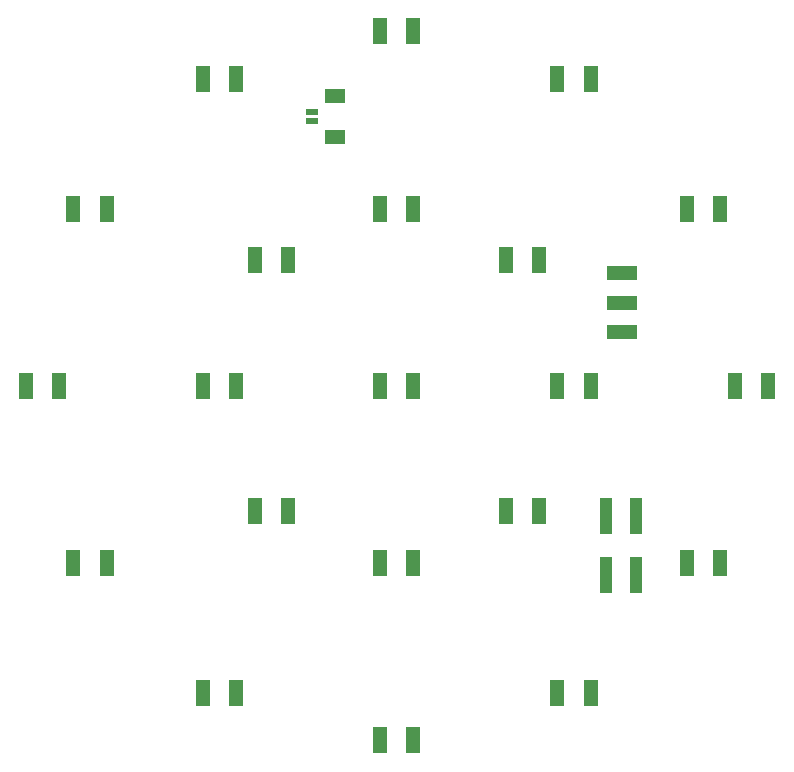
<source format=gbr>
G04 #@! TF.GenerationSoftware,KiCad,Pcbnew,5.1.4+dfsg1-1*
G04 #@! TF.CreationDate,2019-11-28T07:22:53-08:00*
G04 #@! TF.ProjectId,xmas-led-002,786d6173-2d6c-4656-942d-3030322e6b69,v1_00*
G04 #@! TF.SameCoordinates,PX6cd5f04PY3385f10*
G04 #@! TF.FileFunction,Paste,Bot*
G04 #@! TF.FilePolarity,Positive*
%FSLAX46Y46*%
G04 Gerber Fmt 4.6, Leading zero omitted, Abs format (unit mm)*
G04 Created by KiCad (PCBNEW 5.1.4+dfsg1-1) date 2019-11-28 07:22:53*
%MOMM*%
%LPD*%
G04 APERTURE LIST*
%ADD10R,1.700000X1.200000*%
%ADD11R,1.000000X0.500000*%
%ADD12R,1.000000X3.150000*%
%ADD13R,2.500000X1.250000*%
%ADD14R,1.200000X2.300000*%
G04 APERTURE END LIST*
D10*
X30652000Y-24877500D03*
X30652000Y-21477500D03*
D11*
X28702000Y-23577500D03*
X28702000Y-22777500D03*
D12*
X56134000Y-62024500D03*
X56134000Y-56974500D03*
X53594000Y-62024500D03*
X53594000Y-56974500D03*
D13*
X54927500Y-41454000D03*
X54927500Y-38954000D03*
X54927500Y-36454000D03*
D14*
X8496738Y-30974000D03*
X11296738Y-30974000D03*
X19477500Y-19993238D03*
X22277500Y-19993238D03*
X34477500Y-15974000D03*
X37277500Y-15974000D03*
X49477500Y-19993238D03*
X52277500Y-19993238D03*
X60458262Y-30974000D03*
X63258262Y-30974000D03*
X64477500Y-45974000D03*
X67277500Y-45974000D03*
X60458262Y-60974000D03*
X63258262Y-60974000D03*
X49477500Y-71954762D03*
X52277500Y-71954762D03*
X34477500Y-75974000D03*
X37277500Y-75974000D03*
X19477500Y-71954762D03*
X22277500Y-71954762D03*
X8496738Y-60974000D03*
X11296738Y-60974000D03*
X4477500Y-45974000D03*
X7277500Y-45974000D03*
X23870898Y-35367398D03*
X26670898Y-35367398D03*
X34477500Y-30974000D03*
X37277500Y-30974000D03*
X45084102Y-35367398D03*
X47884102Y-35367398D03*
X49477500Y-45974000D03*
X52277500Y-45974000D03*
X45084102Y-56580602D03*
X47884102Y-56580602D03*
X34477500Y-60974000D03*
X37277500Y-60974000D03*
X23870898Y-56580602D03*
X26670898Y-56580602D03*
X19477500Y-45974000D03*
X22277500Y-45974000D03*
X34477500Y-45974000D03*
X37277500Y-45974000D03*
M02*

</source>
